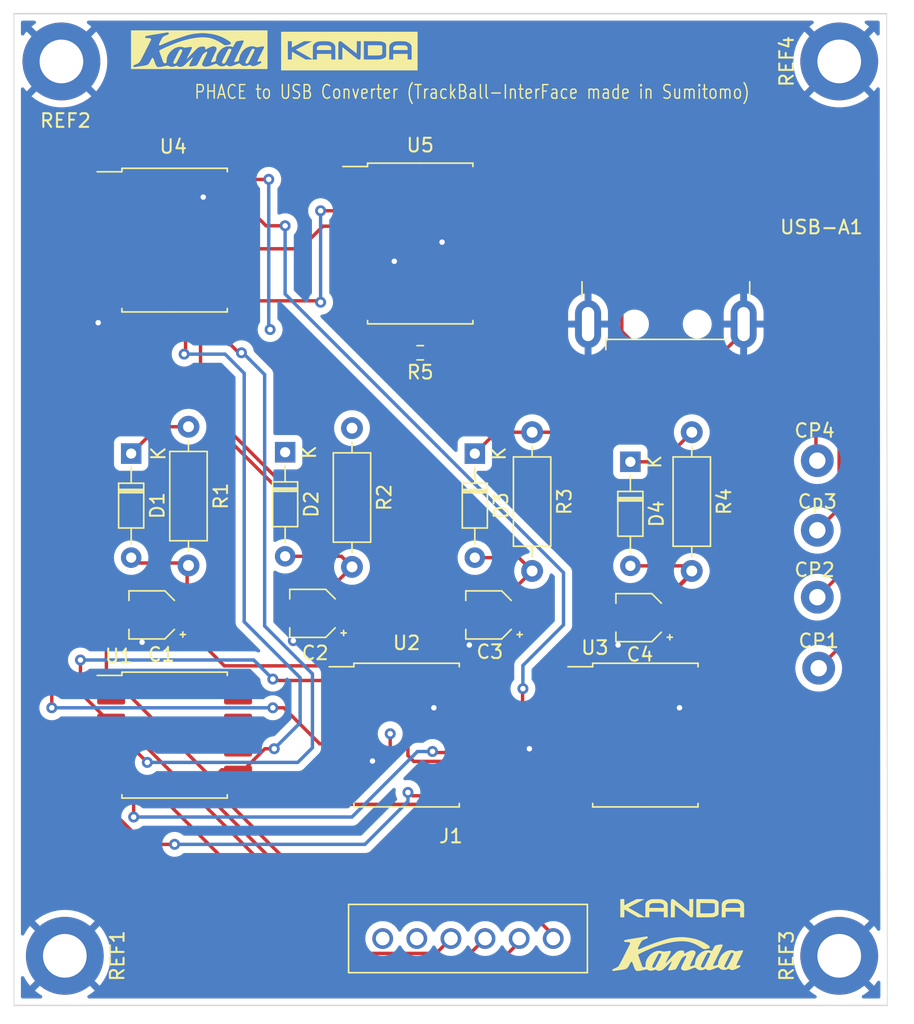
<source format=kicad_pcb>
(kicad_pcb (version 20211014) (generator pcbnew)
  (layers (0 "F.Cu" signal) (31 "B.Cu" signal) (34 "B.Paste" user) (35 "F.Paste" user) (36 "B.SilkS" user "B.Silkscreen") (37 "F.SilkS" user "F.Silkscreen") (38 "B.Mask" user) (39 "F.Mask" user) (44 "Edge.Cuts" user))
  (net 0 "")
  (net 1 "VCC")
  (net 2 "Net-(C2-Pad1)")
  (net 3 "Net-(C3-Pad1)")
  (net 4 "Net-(C4-Pad1)")
  (net 5 "Net-(C1-Pad1)")
  (net 6 "GND")
  (net 7 "Net-(U1-Pad4)")
  (net 8 "Net-(U1-Pad6)")
  (net 9 "Net-(U1-Pad8)")
  (net 14 "Net-(J1-Pad3)")
  (net 19 "Net-(U1-Pad2)")
  (net 20 "Net-(U2-Pad5)")
  (net 21 "Net-(U2-Pad13)")
  (net 22 "Net-(U3-Pad5)")
  (net 23 "Net-(U3-Pad13)")
  (net 24 "Net-(CP1-Pad1)")
  (net 25 "Net-(CP2-Pad1)")
  (net 26 "Net-(Cp3-Pad1)")
  (net 27 "Net-(CP4-Pad1)")
  (net 28 "Net-(R5-Pad1)")
  (net 29 "Net-(U5-Pad13)")
  (net 30 "Net-(R5-Pad2)")
  (net 34 "Net-(U1-Pad3)")
  (net 35 "Net-(U1-Pad5)")
  (net 36 "Net-(U1-Pad9)")
  (footprint "Library:CheckPin_1Pinp" (layer "F.Cu") (at 159.2 90.1)
    (fp_text reference "CP1" (at 0 -2) (layer "F.SilkS"))
    (fp_text value "LC_1_S_Pin")
    (pad "1" thru_hole circle (at 0 0) (size 2.4 2.4) (drill 1.2) (layers *.Cu *.Mask) (net 24 "Net-(CP1-Pad1)"))
  )
  (footprint "Diode_THT:D_DO-34_SOD68_P7.62mm_Horizontal" (layer "F.Cu") (at 145.4 74.985 -90)
    (fp_text reference "D4" (at 3.81 -1.92 90) (layer "F.SilkS"))
    (fp_text value "1SS355VM")
    (fp_text user "K" (at 0 -1.75 90) (layer "F.SilkS"))
    (pad "1" thru_hole rect (at 0 0 270) (size 1.5 1.5) (drill 0.75) (layers *.Cu *.Mask) (net 1 "VCC"))
    (pad "2" thru_hole oval (at 7.62 0 270) (size 1.5 1.5) (drill 0.75) (layers *.Cu *.Mask) (net 4 "Net-(C4-Pad1)"))
  )
  (footprint "Package_SO:SOIC-16W_7.5x10.3mm_P1.27mm" (layer "F.Cu") (at 112 58.75)
    (fp_text reference "U4" (at -0.1 -6.85) (layer "F.SilkS"))
    (fp_text value "74LS157")
    (pad "1" smd roundrect (at -4.65 -4.445) (size 2.05 0.6) (layers "F.Cu" "F.Paste" "F.Mask") (net 1 "VCC"))
    (pad "2" smd roundrect (at -4.65 -3.175) (size 2.05 0.6) (layers "F.Cu" "F.Paste" "F.Mask") (net 21 "Net-(U2-Pad13)"))
    (pad "3" smd roundrect (at -4.65 -1.905) (size 2.05 0.6) (layers "F.Cu" "F.Paste" "F.Mask") (net 14 "Net-(J1-Pad3)"))
    (pad "4" smd roundrect (at -4.65 -0.635) (size 2.05 0.6) (layers "F.Cu" "F.Paste" "F.Mask") (net 24 "Net-(CP1-Pad1)"))
    (pad "5" smd roundrect (at -4.65 0.635) (size 2.05 0.6) (layers "F.Cu" "F.Paste" "F.Mask") (net 20 "Net-(U2-Pad5)"))
    (pad "6" smd roundrect (at -4.65 1.905) (size 2.05 0.6) (layers "F.Cu" "F.Paste" "F.Mask") (net 34 "Net-(U1-Pad3)"))
    (pad "7" smd roundrect (at -4.65 3.175) (size 2.05 0.6) (layers "F.Cu" "F.Paste" "F.Mask") (net 25 "Net-(CP2-Pad1)"))
    (pad "8" smd roundrect (at -4.65 4.445) (size 2.05 0.6) (layers "F.Cu" "F.Paste" "F.Mask") (net 6 "GND"))
    (pad "9" smd roundrect (at 4.65 4.445) (size 2.05 0.6) (layers "F.Cu" "F.Paste" "F.Mask") (net 26 "Net-(Cp3-Pad1)"))
    (pad "10" smd roundrect (at 4.65 3.175) (size 2.05 0.6) (layers "F.Cu" "F.Paste" "F.Mask") (net 35 "Net-(U1-Pad5)"))
    (pad "11" smd roundrect (at 4.65 1.905) (size 2.05 0.6) (layers "F.Cu" "F.Paste" "F.Mask") (net 23 "Net-(U3-Pad13)"))
    (pad "12" smd roundrect (at 4.65 0.635) (size 2.05 0.6) (layers "F.Cu" "F.Paste" "F.Mask") (net 27 "Net-(CP4-Pad1)"))
    (pad "13" smd roundrect (at 4.65 -0.635) (size 2.05 0.6) (layers "F.Cu" "F.Paste" "F.Mask") (net 36 "Net-(U1-Pad9)"))
    (pad "14" smd roundrect (at 4.65 -1.905) (size 2.05 0.6) (layers "F.Cu" "F.Paste" "F.Mask") (net 22 "Net-(U3-Pad5)"))
    (pad "15" smd roundrect (at 4.65 -3.175) (size 2.05 0.6) (layers "F.Cu" "F.Paste" "F.Mask") (net 6 "GND"))
    (pad "16" smd roundrect (at 4.65 -4.445) (size 2.05 0.6) (layers "F.Cu" "F.Paste" "F.Mask") (net 1 "VCC"))
  )
  (footprint "Resistor_THT:R_Axial_DIN0207_L6.3mm_D2.5mm_P10.16mm_Horizontal" (layer "F.Cu") (at 138.2 72.82 -90)
    (fp_text reference "R3" (at 5.08 -2.37 90) (layer "F.SilkS"))
    (fp_text value "10k")
    (pad "1" thru_hole circle (at 0 0 270) (size 1.6 1.6) (drill 0.8) (layers *.Cu *.Mask) (net 1 "VCC"))
    (pad "2" thru_hole oval (at 10.16 0 270) (size 1.6 1.6) (drill 0.8) (layers *.Cu *.Mask) (net 3 "Net-(C3-Pad1)"))
  )
  (footprint "Library:CheckPin_1Pinp" (layer "F.Cu") (at 159.1 80 -90)
    (fp_text reference "Cp3" (at -2.1 0 -180) (layer "F.SilkS"))
    (fp_text value "LC_1_S_Pin")
    (pad "1" thru_hole circle (at 0 0 270) (size 2.4 2.4) (drill 1.2) (layers *.Cu *.Mask) (net 26 "Net-(Cp3-Pad1)"))
  )
  (footprint "Library:SimpleKanda_nega" (layer "F.Cu") (at 149.164739 107.724608)
    (fp_text reference "G***" hide)
    (fp_text value "LOGO" hide)
  )
  (footprint "Resistor_THT:R_Axial_DIN0207_L6.3mm_D2.5mm_P10.16mm_Horizontal" (layer "F.Cu") (at 113.0175 72.4175 -90)
    (fp_text reference "R1" (at 5.08 -2.37 90) (layer "F.SilkS"))
    (fp_text value "10k")
    (pad "1" thru_hole circle (at 0 0 270) (size 1.6 1.6) (drill 0.8) (layers *.Cu *.Mask) (net 1 "VCC"))
    (pad "2" thru_hole oval (at 10.16 0 270) (size 1.6 1.6) (drill 0.8) (layers *.Cu *.Mask) (net 5 "Net-(C1-Pad1)"))
  )
  (footprint "Library:SimpleKanda" (layer "F.Cu") (at 124.8 44.9)
    (fp_text reference "G***" hide)
    (fp_text value "LOGO" hide)
  )
  (footprint "MountingHole:MountingHole_3.2mm_M3_ISO7380_Pad" (layer "F.Cu") (at 103.955242 111.165242 -90)
    (fp_text reference "REF1" (at 0 -3.85 90) (layer "F.SilkS"))
    (fp_text value "MountingHole_3.2mm_M3_ISO7380_Pad" hide)
    (pad "1" thru_hole circle (at 0 0 270) (size 5.7 5.7) (drill 3.2) (layers *.Cu *.Mask) (net 6 "GND"))
  )
  (footprint "Capacitor_SMD:CP_Elec_3x5.3" (layer "F.Cu") (at 135.1 86.2 180)
    (fp_text reference "C3" (at 0 -2.7) (layer "F.SilkS"))
    (fp_text value "TANTALUM-SMD-10UF-10V-10%_AVX-A_" hide)
    (pad "1" smd rect (at -1.5 0 180) (size 2.2 1.6) (layers "F.Cu" "F.Paste" "F.Mask") (net 3 "Net-(C3-Pad1)"))
    (pad "2" smd rect (at 1.5 0 180) (size 2.2 1.6) (layers "F.Cu" "F.Paste" "F.Mask") (net 6 "GND"))
  )
  (footprint "Resistor_SMD:R_0603_1608Metric" (layer "F.Cu") (at 130 67 180)
    (fp_text reference "R5" (at 0 -1.43) (layer "F.SilkS"))
    (fp_text value "1.3k")
    (pad "1" smd roundrect (at -0.825 0 180) (size 0.8 0.95) (layers "F.Cu" "F.Paste" "F.Mask") (net 28 "Net-(R5-Pad1)"))
    (pad "2" smd roundrect (at 0.825 0 180) (size 0.8 0.95) (layers "F.Cu" "F.Paste" "F.Mask") (net 30 "Net-(R5-Pad2)"))
  )
  (footprint "Package_SO:SOIC-16W_7.5x10.3mm_P1.27mm" (layer "F.Cu") (at 146.5 95)
    (fp_text reference "U3" (at -3.7 -6.4) (layer "F.SilkS"))
    (fp_text value "74LS123")
    (pad "1" smd roundrect (at -4.65 -4.445) (size 2.05 0.6) (layers "F.Cu" "F.Paste" "F.Mask") (net 8 "Net-(U1-Pad6)"))
    (pad "2" smd roundrect (at -4.65 -3.175) (size 2.05 0.6) (layers "F.Cu" "F.Paste" "F.Mask") (net 1 "VCC"))
    (pad "3" smd roundrect (at -4.65 -1.905) (size 2.05 0.6) (layers "F.Cu" "F.Paste" "F.Mask") (net 1 "VCC"))
    (pad "4" smd roundrect (at -4.65 -0.635) (size 2.05 0.6) (layers "F.Cu" "F.Paste" "F.Mask"))
    (pad "5" smd roundrect (at -4.65 0.635) (size 2.05 0.6) (layers "F.Cu" "F.Paste" "F.Mask") (net 22 "Net-(U3-Pad5)"))
    (pad "6" smd roundrect (at -4.65 1.905) (size 2.05 0.6) (layers "F.Cu" "F.Paste" "F.Mask") (net 6 "GND"))
    (pad "7" smd roundrect (at -4.65 3.175) (size 2.05 0.6) (layers "F.Cu" "F.Paste" "F.Mask") (net 4 "Net-(C4-Pad1)"))
    (pad "8" smd roundrect (at -4.65 4.445) (size 2.05 0.6) (layers "F.Cu" "F.Paste" "F.Mask"))
    (pad "9" smd roundrect (at 4.65 4.445) (size 2.05 0.6) (layers "F.Cu" "F.Paste" "F.Mask") (net 9 "Net-(U1-Pad8)"))
    (pad "10" smd roundrect (at 4.65 3.175) (size 2.05 0.6) (layers "F.Cu" "F.Paste" "F.Mask") (net 1 "VCC"))
    (pad "11" smd roundrect (at 4.65 1.905) (size 2.05 0.6) (layers "F.Cu" "F.Paste" "F.Mask") (net 1 "VCC"))
    (pad "12" smd roundrect (at 4.65 0.635) (size 2.05 0.6) (layers "F.Cu" "F.Paste" "F.Mask"))
    (pad "13" smd roundrect (at 4.65 -0.635) (size 2.05 0.6) (layers "F.Cu" "F.Paste" "F.Mask") (net 23 "Net-(U3-Pad13)"))
    (pad "14" smd roundrect (at 4.65 -1.905) (size 2.05 0.6) (layers "F.Cu" "F.Paste" "F.Mask") (net 6 "GND"))
    (pad "15" smd roundrect (at 4.65 -3.175) (size 2.05 0.6) (layers "F.Cu" "F.Paste" "F.Mask") (net 3 "Net-(C3-Pad1)"))
    (pad "16" smd roundrect (at 4.65 -4.445) (size 2.05 0.6) (layers "F.Cu" "F.Paste" "F.Mask"))
  )
  (footprint "Capacitor_SMD:CP_Elec_3x5.3" (layer "F.Cu") (at 122.2 86.085 180)
    (fp_text reference "C2" (at -0.1 -2.9) (layer "F.SilkS"))
    (fp_text value "TANTALUM-SMD-10UF-10V-10%_AVX-A_" hide)
    (pad "1" smd rect (at -1.5 0 180) (size 2.2 1.6) (layers "F.Cu" "F.Paste" "F.Mask") (net 2 "Net-(C2-Pad1)"))
    (pad "2" smd rect (at 1.5 0 180) (size 2.2 1.6) (layers "F.Cu" "F.Paste" "F.Mask") (net 6 "GND"))
  )
  (footprint "Package_SO:SOIC-16W_7.5x10.3mm_P1.27mm" (layer "F.Cu") (at 129 95)
    (fp_text reference "U2" (at 0 -6.75) (layer "F.SilkS"))
    (fp_text value "74LS123")
    (pad "1" smd roundrect (at -4.65 -4.445) (size 2.05 0.6) (layers "F.Cu" "F.Paste" "F.Mask") (net 19 "Net-(U1-Pad2)"))
    (pad "2" smd roundrect (at -4.65 -3.175) (size 2.05 0.6) (layers "F.Cu" "F.Paste" "F.Mask") (net 1 "VCC"))
    (pad "3" smd roundrect (at -4.65 -1.905) (size 2.05 0.6) (layers "F.Cu" "F.Paste" "F.Mask") (net 1 "VCC"))
    (pad "4" smd roundrect (at -4.65 -0.635) (size 2.05 0.6) (layers "F.Cu" "F.Paste" "F.Mask"))
    (pad "5" smd roundrect (at -4.65 0.635) (size 2.05 0.6) (layers "F.Cu" "F.Paste" "F.Mask") (net 20 "Net-(U2-Pad5)"))
    (pad "6" smd roundrect (at -4.65 1.905) (size 2.05 0.6) (layers "F.Cu" "F.Paste" "F.Mask") (net 6 "GND"))
    (pad "7" smd roundrect (at -4.65 3.175) (size 2.05 0.6) (layers "F.Cu" "F.Paste" "F.Mask") (net 2 "Net-(C2-Pad1)"))
    (pad "8" smd roundrect (at -4.65 4.445) (size 2.05 0.6) (layers "F.Cu" "F.Paste" "F.Mask"))
    (pad "9" smd roundrect (at 4.65 4.445) (size 2.05 0.6) (layers "F.Cu" "F.Paste" "F.Mask") (net 7 "Net-(U1-Pad4)"))
    (pad "10" smd roundrect (at 4.65 3.175) (size 2.05 0.6) (layers "F.Cu" "F.Paste" "F.Mask") (net 1 "VCC"))
    (pad "11" smd roundrect (at 4.65 1.905) (size 2.05 0.6) (layers "F.Cu" "F.Paste" "F.Mask") (net 1 "VCC"))
    (pad "12" smd roundrect (at 4.65 0.635) (size 2.05 0.6) (layers "F.Cu" "F.Paste" "F.Mask"))
    (pad "13" smd roundrect (at 4.65 -0.635) (size 2.05 0.6) (layers "F.Cu" "F.Paste" "F.Mask") (net 21 "Net-(U2-Pad13)"))
    (pad "14" smd roundrect (at 4.65 -1.905) (size 2.05 0.6) (layers "F.Cu" "F.Paste" "F.Mask") (net 6 "GND"))
    (pad "15" smd roundrect (at 4.65 -3.175) (size 2.05 0.6) (layers "F.Cu" "F.Paste" "F.Mask") (net 5 "Net-(C1-Pad1)"))
    (pad "16" smd roundrect (at 4.65 -4.445) (size 2.05 0.6) (layers "F.Cu" "F.Paste" "F.Mask"))
  )
  (footprint "Library:kanda" (layer "F.Cu") (at 148.9 111)
    (fp_text reference "" hide)
    (fp_text value "LOGO" hide)
  )
  (footprint "Resistor_THT:R_Axial_DIN0207_L6.3mm_D2.5mm_P10.16mm_Horizontal" (layer "F.Cu") (at 125 72.52 -90)
    (fp_text reference "R2" (at 5.08 -2.37 90) (layer "F.SilkS"))
    (fp_text value "10k")
    (pad "1" thru_hole circle (at 0 0 270) (size 1.6 1.6) (drill 0.8) (layers *.Cu *.Mask) (net 1 "VCC"))
    (pad "2" thru_hole oval (at 10.16 0 270) (size 1.6 1.6) (drill 0.8) (layers *.Cu *.Mask) (net 2 "Net-(C2-Pad1)"))
  )
  (footprint "Diode_THT:D_DO-34_SOD68_P7.62mm_Horizontal" (layer "F.Cu") (at 134 74.385 -90)
    (fp_text reference "D3" (at 3.81 -1.92 90) (layer "F.SilkS"))
    (fp_text value "1SS355VM")
    (fp_text user "K" (at 0 -1.75 90) (layer "F.SilkS"))
    (pad "1" thru_hole rect (at 0 0 270) (size 1.5 1.5) (drill 0.75) (layers *.Cu *.Mask) (net 1 "VCC"))
    (pad "2" thru_hole oval (at 7.62 0 270) (size 1.5 1.5) (drill 0.75) (layers *.Cu *.Mask) (net 3 "Net-(C3-Pad1)"))
  )
  (footprint "Library:kandaNega" (layer "F.Cu") (at 113.8 44.8)
    (fp_text reference "" hide)
    (fp_text value "LOGO" hide)
  )
  (footprint "Resistor_THT:R_Axial_DIN0207_L6.3mm_D2.5mm_P10.16mm_Horizontal" (layer "F.Cu") (at 149.9 72.82 -90)
    (fp_text reference "R4" (at 5.08 -2.37 90) (layer "F.SilkS"))
    (fp_text value "10k")
    (pad "1" thru_hole circle (at 0 0 270) (size 1.6 1.6) (drill 0.8) (layers *.Cu *.Mask) (net 1 "VCC"))
    (pad "2" thru_hole oval (at 10.16 0 270) (size 1.6 1.6) (drill 0.8) (layers *.Cu *.Mask) (net 4 "Net-(C4-Pad1)"))
  )
  (footprint "Library:CheckPin_1Pinp" (layer "F.Cu") (at 159.1 84.9 -90)
    (fp_text reference "CP2" (at -2 0.2 -180) (layer "F.SilkS"))
    (fp_text value "LC_1_S_Pin")
    (pad "1" thru_hole circle (at 0 0 270) (size 2.4 2.4) (drill 1.2) (layers *.Cu *.Mask) (net 25 "Net-(CP2-Pad1)"))
  )
  (footprint "MountingHole:MountingHole_3.2mm_M3_ISO7380_Pad" (layer "F.Cu") (at 103.705242 45.665242)
    (fp_text reference "REF2" (at 0.294758 4.334758) (layer "F.SilkS"))
    (fp_text value "MountingHole_3.2mm_M3_ISO7380_Pad" hide)
    (pad "1" thru_hole circle (at 0 0) (size 5.7 5.7) (drill 3.2) (layers *.Cu *.Mask) (net 6 "GND"))
  )
  (footprint "MountingHole:MountingHole_3.2mm_M3_ISO7380_Pad" (layer "F.Cu") (at 160.705242 111.165242 90)
    (fp_text reference "REF3" (at 0 -3.85 90) (layer "F.SilkS"))
    (fp_text value "MountingHole_3.2mm_M3_ISO7380_Pad" hide)
    (pad "1" thru_hole circle (at 0 0 90) (size 5.7 5.7) (drill 3.2) (layers *.Cu *.Mask) (net 6 "GND"))
  )
  (footprint "Library:CheckPin_1Pinp" (layer "F.Cu") (at 159.1 74.9 -90)
    (fp_text reference "CP4" (at -2.2 0.2 -180) (layer "F.SilkS"))
    (fp_text value "LC_1_S_Pin")
    (pad "1" thru_hole circle (at 0 0 270) (size 2.4 2.4) (drill 1.2) (layers *.Cu *.Mask) (net 27 "Net-(CP4-Pad1)"))
  )
  (footprint "Connector_USB:USB_A_CNCTech_1001-011-01101_Horizontal" (layer "F.Cu") (at 148 58 90)
    (fp_text reference "USB-A1" (at 0.2 11.4) (layer "F.SilkS"))
    (fp_text value "USB_A")
    (pad "" np_thru_hole circle (at -6.9 2.3 90) (size 1.1 1.1) (drill 1.1) (layers *.Cu *.Mask))
    (pad "" np_thru_hole circle (at -6.9 -2.3 90) (size 1.1 1.1) (drill 1.1) (layers *.Cu *.Mask))
    (pad "1" smd rect (at -9.65 -3.5 90) (size 2.5 1.1) (layers "F.Cu" "F.Paste" "F.Mask") (net 1 "VCC"))
    (pad "2" smd rect (at -9.65 -1 90) (size 2.5 1.1) (layers "F.Cu" "F.Paste" "F.Mask") (net 28 "Net-(R5-Pad1)"))
    (pad "3" smd rect (at -9.65 1 90) (size 2.5 1.1) (layers "F.Cu" "F.Paste" "F.Mask") (net 29 "Net-(U5-Pad13)"))
    (pad "4" smd rect (at -9.65 3.5 90) (size 2.5 1.1) (layers "F.Cu" "F.Paste" "F.Mask") (net 6 "GND"))
    (pad "5" thru_hole oval (at -6.9 5.7 90) (size 3.5 1.9) (drill oval 2.5 0.9) (layers *.Cu *.Mask) (net 6 "GND"))
    (pad "5" thru_hole oval (at -6.9 -5.7 90) (size 3.5 1.9) (drill oval 2.5 0.9) (layers *.Cu *.Mask) (net 6 "GND"))
  )
  (footprint "Capacitor_SMD:CP_Elec_3x5.3" (layer "F.Cu") (at 110.4175 86.1975 180)
    (fp_text reference "C1" (at -0.6 -2.9) (layer "F.SilkS"))
    (fp_text value "TANTALUM-SMD-10UF-10V-10%_AVX-A_" hide)
    (pad "1" smd rect (at -1.5 0 180) (size 2.2 1.6) (layers "F.Cu" "F.Paste" "F.Mask") (net 5 "Net-(C1-Pad1)"))
    (pad "2" smd rect (at 1.5 0 180) (size 2.2 1.6) (layers "F.Cu" "F.Paste" "F.Mask") (net 6 "GND"))
  )
  (footprint "Package_SO:SOIC-18W_7.5x11.6mm_P1.27mm" (layer "F.Cu") (at 130 59)
    (fp_text reference "U5" (at 0 -7.2) (layer "F.SilkS"))
    (fp_text value "CY7C63231A")
    (pad "1" smd roundrect (at -4.65 -5.08) (size 2.05 0.6) (layers "F.Cu" "F.Paste" "F.Mask") (net 24 "Net-(CP1-Pad1)"))
    (pad "2" smd roundrect (at -4.65 -3.81) (size 2.05 0.6) (layers "F.Cu" "F.Paste" "F.Mask") (net 25 "Net-(CP2-Pad1)"))
    (pad "3" smd roundrect (at -4.65 -2.54) (size 2.05 0.6) (layers "F.Cu" "F.Paste" "F.Mask") (net 26 "Net-(Cp3-Pad1)"))
    (pad "4" smd roundrect (at -4.65 -1.27) (size 2.05 0.6) (layers "F.Cu" "F.Paste" "F.Mask") (net 27 "Net-(CP4-Pad1)"))
    (pad "5" smd roundrect (at -4.65 0) (size 2.05 0.6) (layers "F.Cu" "F.Paste" "F.Mask"))
    (pad "6" smd roundrect (at -4.65 1.27) (size 2.05 0.6) (layers "F.Cu" "F.Paste" "F.Mask") (net 6 "GND"))
    (pad "7" smd roundrect (at -4.65 2.54) (size 2.05 0.6) (layers "F.Cu" "F.Paste" "F.Mask") (net 6 "GND"))
    (pad "8" smd roundrect (at -4.65 3.81) (size 2.05 0.6) (layers "F.Cu" "F.Paste" "F.Mask") (net 30 "Net-(R5-Pad2)"))
    (pad "9" smd roundrect (at -4.65 5.08) (size 2.05 0.6) (layers "F.Cu" "F.Paste" "F.Mask"))
    (pad "10" smd roundrect (at 4.65 5.08) (size 2.05 0.6) (layers "F.Cu" "F.Paste" "F.Mask"))
    (pad "11" smd roundrect (at 4.65 3.81) (size 2.05 0.6) (layers "F.Cu" "F.Paste" "F.Mask") (net 1 "VCC"))
    (pad "12" smd roundrect (at 4.65 2.54) (size 2.05 0.6) (layers "F.Cu" "F.Paste" "F.Mask") (net 28 "Net-(R5-Pad1)"))
    (pad "13" smd roundrect (at 4.65 1.27) (size 2.05 0.6) (layers "F.Cu" "F.Paste" "F.Mask") (net 29 "Net-(U5-Pad13)"))
    (pad "14" smd roundrect (at 4.65 0) (size 2.05 0.6) (layers "F.Cu" "F.Paste" "F.Mask"))
    (pad "15" smd roundrect (at 4.65 -1.27) (size 2.05 0.6) (layers "F.Cu" "F.Paste" "F.Mask") (net 6 "GND"))
    (pad "16" smd roundrect (at 4.65 -2.54) (size 2.05 0.6) (layers "F.Cu" "F.Paste" "F.Mask"))
    (pad "17" smd roundrect (at 4.65 -3.81) (size 2.05 0.6) (layers "F.Cu" "F.Paste" "F.Mask"))
    (pad "18" smd roundrect (at 4.65 -5.08) (size 2.05 0.6) (layers "F.Cu" "F.Paste" "F.Mask"))
  )
  (footprint "Diode_THT:D_DO-34_SOD68_P7.62mm_Horizontal" (layer "F.Cu") (at 120.1 74.285 -90)
    (fp_text reference "D2" (at 3.81 -1.92 90) (layer "F.SilkS"))
    (fp_text value "1SS355VM")
    (fp_text user "K" (at 0 -1.75 90) (layer "F.SilkS"))
    (pad "1" thru_hole rect (at 0 0 270) (size 1.5 1.5) (drill 0.75) (layers *.Cu *.Mask) (net 1 "VCC"))
    (pad "2" thru_hole oval (at 7.62 0 270) (size 1.5 1.5) (drill 0.75) (layers *.Cu *.Mask) (net 2 "Net-(C2-Pad1)"))
  )
  (footprint "MountingHole:MountingHole_3.2mm_M3_ISO7380_Pad" (layer "F.Cu") (at 160.705242 45.665242 90)
    (fp_text reference "REF4" (at 0 -3.85 90) (layer "F.SilkS"))
    (fp_text value "MountingHole_3.2mm_M3_ISO7380_Pad" hide)
    (pad "1" thru_hole circle (at 0 0 90) (size 5.7 5.7) (drill 3.2) (layers *.Cu *.Mask) (net 6 "GND"))
  )
  (footprint "Package_SO:SOIC-14W_7.5x9mm_P1.27mm" (layer "F.Cu") (at 112 95)
    (fp_text reference "U1" (at -4.1 -5.8 180) (layer "F.SilkS"))
    (fp_text value "74LS14")
    (pad "1" smd roundrect (at -4.65 -3.81) (size 2.05 0.6) (layers "F.Cu" "F.Paste" "F.Mask") (net 14 "Net-(J1-Pad3)"))
    (pad "2" smd roundrect (at -4.65 -2.54) (size 2.05 0.6) (layers "F.Cu" "F.Paste" "F.Mask") (net 19 "Net-(U1-Pad2)"))
    (pad "3" smd roundrect (at -4.65 -1.27) (size 2.05 0.6) (layers "F.Cu" "F.Paste" "F.Mask") (net 34 "Net-(U1-Pad3)"))
    (pad "4" smd roundrect (at -4.65 0) (size 2.05 0.6) (layers "F.Cu" "F.Paste" "F.Mask") (net 7 "Net-(U1-Pad4)"))
    (pad "5" smd roundrect (at -4.65 1.27) (size 2.05 0.6) (layers "F.Cu" "F.Paste" "F.Mask") (net 35 "Net-(U1-Pad5)"))
    (pad "6" smd roundrect (at -4.65 2.54) (size 2.05 0.6) (layers "F.Cu" "F.Paste" "F.Mask") (net 8 "Net-(U1-Pad6)"))
    (pad "7" smd roundrect (at -4.65 3.81) (size 2.05 0.6) (layers "F.Cu" "F.Paste" "F.Mask"))
    (pad "8" smd roundrect (at 4.65 3.81) (size 2.05 0.6) (layers "F.Cu" "F.Paste" "F.Mask") (net 9 "Net-(U1-Pad8)"))
    (pad "9" smd roundrect (at 4.65 2.54) (size 2.05 0.6) (layers "F.Cu" "F.Paste" "F.Mask") (net 36 "Net-(U1-Pad9)"))
    (pad "10" smd roundrect (at 4.65 1.27) (size 2.05 0.6) (layers "F.Cu" "F.Paste" "F.Mask"))
    (pad "11" smd roundrect (at 4.65 0) (size 2.05 0.6) (layers "F.Cu" "F.Paste" "F.Mask"))
    (pad "12" smd roundrect (at 4.65 -1.27) (size 2.05 0.6) (layers "F.Cu" "F.Paste" "F.Mask"))
    (pad "13" smd roundrect (at 4.65 -2.54) (size 2.05 0.6) (layers "F.Cu" "F.Paste" "F.Mask"))
    (pad "14" smd roundrect (at 4.65 -3.81) (size 2.05 0.6) (layers "F.Cu" "F.Paste" "F.Mask"))
  )
  (footprint "Library:IL-6P-S3FP2-11" (layer "F.Cu") (at 127.25 109.9)
    (fp_text reference "J1" (at 5 -7.5 unlocked) (layer "F.SilkS"))
    (fp_text value "Conn_01x06_Male")
    (pad "1" thru_hole circle (at 0 0) (size 1.524 1.524) (drill 1) (layers *.Cu *.Mask))
    (pad "2" thru_hole circle (at 2.5 0) (size 1.524 1.524) (drill 1) (layers *.Cu *.Mask))
    (pad "3" thru_hole circle (at 5 0) (size 1.524 1.524) (drill 1) (layers *.Cu *.Mask) (net 14 "Net-(J1-Pad3)"))
    (pad "4" thru_hole circle (at 7.5 0) (size 1.524 1.524) (drill 1) (layers *.Cu *.Mask) (net 34 "Net-(U1-Pad3)"))
    (pad "5" thru_hole circle (at 10 0) (size 1.524 1.524) (drill 1) (layers *.Cu *.Mask) (net 35 "Net-(U1-Pad5)"))
    (pad "6" thru_hole circle (at 12.5 0) (size 1.524 1.524) (drill 1) (layers *.Cu *.Mask) (net 36 "Net-(U1-Pad9)"))
  )
  (footprint "Capacitor_SMD:CP_Elec_3x5.3" (layer "F.Cu") (at 146.1 86.4 180)
    (fp_text reference "C4" (at 0 -2.7) (layer "F.SilkS"))
    (fp_text value "TANTALUM-SMD-10UF-10V-10%_AVX-A_" hide)
    (pad "1" smd rect (at -1.5 0 180) (size 2.2 1.6) (layers "F.Cu" "F.Paste" "F.Mask") (net 4 "Net-(C4-Pad1)"))
    (pad "2" smd rect (at 1.5 0 180) (size 2.2 1.6) (layers "F.Cu" "F.Paste" "F.Mask") (net 6 "GND"))
  )
  (footprint "Diode_THT:D_DO-34_SOD68_P7.62mm_Horizontal" (layer "F.Cu") (at 108.8175 74.3825 -90)
    (fp_text reference "D1" (at 3.81 -1.92 90) (layer "F.SilkS"))
    (fp_text value "1SS355VM")
    (fp_text user "K" (at 0 -2 90) (layer "F.SilkS"))
    (pad "1" thru_hole rect (at 0 0 270) (size 1.5 1.5) (drill 0.75) (layers *.Cu *.Mask) (net 1 "VCC"))
    (pad "2" thru_hole oval (at 7.62 0 270) (size 1.5 1.5) (drill 0.75) (layers *.Cu *.Mask) (net 5 "Net-(C1-Pad1)"))
  )
  (gr_line (start 100.230036 42.165242) (end 100.230036 114.797644) (layer "Edge.Cuts") (width 0.05))
  (gr_line (start 100.230036 42.165242) (end 164.179842 42.165242) (layer "Edge.Cuts") (width 0.1))
  (gr_line (start 164.179842 42.165242) (end 164.230642 114.797644) (layer "Edge.Cuts") (width 0.05))
  (gr_line (start 100.230036 114.797644) (end 164.230642 114.797644) (layer "Edge.Cuts") (width 0.1))
  (gr_text "PHACE to USB Converter (TrackBall-InterFace made in Sumitomo)" (at 133.8 47.9) (layer "F.SilkS") (effects (font (size 1 0.8) (thickness 0.1))))
  (segment (start 141.85 91.825) (end 141.85 93.095) (width 0.25) (layer "F.Cu") (net 1))
  (segment (start 113.0175 72.4175) (end 110.7825 72.4175) (width 0.25) (layer "F.Cu") (net 1))
  (segment (start 138.2 72.82) (end 142.68 72.82) (width 0.25) (layer "F.Cu") (net 1))
  (segment (start 147.735 74.985) (end 149.9 72.82) (width 0.25) (layer "F.Cu") (net 1))
  (segment (start 118.895 54.305) (end 118.9 54.3) (width 0.25) (layer "F.Cu") (net 1))
  (segment (start 138.2 72.82) (end 135.565 72.82) (width 0.25) (layer "F.Cu") (net 1))
  (segment (start 135.565 72.82) (end 134 74.385) (width 0.25) (layer "F.Cu") (net 1))
  (segment (start 129.1 93.095) (end 124.35 93.095) (width 0.25) (layer "F.Cu") (net 1))
  (segment (start 124.35 91.825) (end 124.35 93.095) (width 0.25) (layer "F.Cu") (net 1))
  (segment (start 129.525 96.925) (end 129.1 96.5) (width 0.25) (layer "F.Cu") (net 1))
  (segment (start 116.65 54.305) (end 118.895 54.305) (width 0.25) (layer "F.Cu") (net 1))
  (segment (start 110.7825 72.4175) (end 108.8175 74.3825) (width 0.25) (layer "F.Cu") (net 1))
  (segment (start 143.5 72) (end 144.5 71) (width 0.25) (layer "F.Cu") (net 1))
  (segment (start 129.1 96.5) (end 129.1 93.095) (width 0.25) (layer "F.Cu") (net 1))
  (segment (start 145.4 74.985) (end 147.735 74.985) (width 0.25) (layer "F.Cu") (net 1))
  (segment (start 133.65 96.905) (end 133.63 96.925) (width 0.25) (layer "F.Cu") (net 1))
  (segment (start 107.35 54.305) (end 116.65 54.305) (width 0.25) (layer "F.Cu") (net 1))
  (segment (start 144.5 71) (end 144.5 67.65) (width 0.25) (layer "F.Cu") (net 1))
  (segment (start 133.65 96.905) (end 133.65 98.175) (width 0.25) (layer "F.Cu") (net 1))
  (segment (start 133.63 96.925) (end 129.525 96.925) (width 0.25) (layer "F.Cu") (net 1))
  (via (at 119 65.3) (size 0.8) (drill 0.4) (layers "F.Cu" "B.Cu") (net 1))
  (via (at 118.9 54.3) (size 0.8) (drill 0.4) (layers "F.Cu" "B.Cu") (net 1))
  (segment (start 118.9 65.2) (end 119 65.3) (width 0.25) (layer "B.Cu") (net 1))
  (segment (start 118.9 54.3) (end 118.9 65.2) (width 0.25) (layer "B.Cu") (net 1))
  (segment (start 125 82.68) (end 123.7 83.98) (width 0.25) (layer "F.Cu") (net 2))
  (segment (start 127.8 96.7) (end 126.325 98.175) (width 0.25) (layer "F.Cu") (net 2))
  (segment (start 126.325 98.175) (end 124.35 98.175) (width 0.25) (layer "F.Cu") (net 2))
  (segment (start 120.1 81.905) (end 124.225 81.905) (width 0.25) (layer "F.Cu") (net 2))
  (segment (start 124.225 81.905) (end 125 82.68) (width 0.25) (layer "F.Cu") (net 2))
  (segment (start 127.8 94.9) (end 127.8 96.7) (width 0.25) (layer "F.Cu") (net 2))
  (segment (start 123.7 83.98) (end 123.7 86.085) (width 0.25) (layer "F.Cu") (net 2))
  (segment (start 120.1 81.905) (end 120.18 81.985) (width 0.25) (layer "F.Cu") (net 2))
  (via (at 127.8 94.9) (size 0.8) (drill 0.4) (layers "F.Cu" "B.Cu") (net 2))
  (segment (start 137.225 82.005) (end 138.2 82.98) (width 0.25) (layer "F.Cu") (net 3))
  (segment (start 136.6 86.2) (end 136.6 84.58) (width 0.25) (layer "F.Cu") (net 3))
  (segment (start 136.6 84.58) (end 138.2 82.98) (width 0.25) (layer "F.Cu") (net 3))
  (segment (start 134 82.005) (end 137.225 82.005) (width 0.25) (layer "F.Cu") (net 3))
  (segment (start 147.6 86.4) (end 151.4 86.4) (width 0.25) (layer "F.Cu") (net 4))
  (segment (start 153.18 98.82) (end 142.495 98.82) (width 0.25) (layer "F.Cu") (net 4))
  (segment (start 154.1 89.1) (end 154.1 97.9) (width 0.25) (layer "F.Cu") (net 4))
  (segment (start 149.9 82.98) (end 149.9 83.1) (width 0.25) (layer "F.Cu") (net 4))
  (segment (start 154.1 97.9) (end 153.18 98.82) (width 0.25) (layer "F.Cu") (net 4))
  (segment (start 145.4 82.605) (end 149.525 82.605) (width 0.25) (layer "F.Cu") (net 4))
  (segment (start 142.495 98.82) (end 141.85 98.175) (width 0.25) (layer "F.Cu") (net 4))
  (segment (start 147.6 85.4) (end 147.6 86.4) (width 0.25) (layer "F.Cu") (net 4))
  (segment (start 149.525 82.605) (end 149.9 82.98) (width 0.25) (layer "F.Cu") (net 4))
  (segment (start 149.9 83.1) (end 147.6 85.4) (width 0.25) (layer "F.Cu") (net 4))
  (segment (start 147.6 85.48) (end 147.6 86.4) (width 0.25) (layer "F.Cu") (net 4))
  (segment (start 150 83.08) (end 147.6 85.48) (width 0.25) (layer "F.Cu") (net 4))
  (segment (start 151.4 86.4) (end 154.1 89.1) (width 0.25) (layer "F.Cu") (net 4))
  (segment (start 130.93 89.93) (end 115.65 89.93) (width 0.25) (layer "F.Cu") (net 5))
  (segment (start 112.9175 82.3975) (end 109.2125 82.3975) (width 0.25) (layer "F.Cu") (net 5))
  (segment (start 111.9175 86.1975) (end 112.9175 85.1975) (width 0.25) (layer "F.Cu") (net 5))
  (segment (start 133.65 91.825) (end 132.825 91.825) (width 0.25) (layer "F.Cu") (net 5))
  (segment (start 109.2125 82.3975) (end 108.8175 82.0025) (width 0.25) (layer "F.Cu") (net 5))
  (segment (start 115.65 89.93) (end 111.9175 86.1975) (width 0.25) (layer "F.Cu") (net 5))
  (segment (start 132.825 91.825) (end 130.93 89.93) (width 0.25) (layer "F.Cu") (net 5))
  (segment (start 112.9175 85.1975) (end 112.9175 82.3975) (width 0.25) (layer "F.Cu") (net 5))
  (segment (start 149 93) (end 151.055 93) (width 0.25) (layer "F.Cu") (net 6))
  (segment (start 138 96) (end 138.905 96.905) (width 0.25) (layer "F.Cu") (net 6))
  (segment (start 131.6 58.9) (end 132.8 57.7) (width 0.25) (layer "F.Cu") (net 6))
  (segment (start 133.555 93) (end 133.65 93.095) (width 0.25) (layer "F.Cu") (net 6))
  (segment (start 151.5 67.65) (end 153.7 65.45) (width 0.25) (layer "F.Cu") (net 6))
  (segment (start 109.6175 88.1975) (end 109.6175 86.6975) (width 0.25) (layer "F.Cu") (net 6))
  (segment (start 131 93) (end 133.555 93) (width 0.25) (layer "F.Cu") (net 6))
  (segment (start 116.65 55.575) (end 114.125 55.575) (width 0.25) (layer "F.Cu") (net 6))
  (segment (start 126.495 96.905) (end 126.5 96.9) (width 0.25) (layer "F.Cu") (net 6))
  (segment (start 151.055 93) (end 151.15 93.095) (width 0.25) (layer "F.Cu") (net 6))
  (segment (start 153.7 65.45) (end 153.7 64.9) (width 0.25) (layer "F.Cu") (net 6))
  (segment (start 114.125 55.575) (end 114.1 55.6) (width 0.25) (layer "F.Cu") (net 6))
  (segment (start 128.1 60.3) (end 125.38 60.3) (width 0.25) (layer "F.Cu") (net 6))
  (segment (start 106.4 64.145) (end 107.35 63.195) (width 0.25) (layer "F.Cu") (net 6))
  (segment (start 106.4 64.8) (end 106.4 64.145) (width 0.25) (layer "F.Cu") (net 6))
  (segment (start 125.38 60.3) (end 125.35 60.27) (width 0.25) (layer "F.Cu") (net 6))
  (segment (start 125.35 60.27) (end 125.35 61.54) (width 0.25) (layer "F.Cu") (net 6))
  (segment (start 133.4 86) (end 133.6 86.2) (width 0.25) (layer "F.Cu") (net 6))
  (segment (start 138.905 96.905) (end 141.85 96.905) (width 0.25) (layer "F.Cu") (net 6))
  (segment (start 144.5 88.4) (end 144.5 86.5) (width 0.25) (layer "F.Cu") (net 6))
  (segment (start 134.62 57.7) (end 134.65 57.73) (width 0.25) (layer "F.Cu") (net 6))
  (segment (start 120.7 88.085) (end 120.7 86.085) (width 0.25) (layer "F.Cu") (net 6))
  (segment (start 132.8 57.7) (end 134.62 57.7) (width 0.25) (layer "F.Cu") (net 6))
  (segment (start 124.35 96.905) (end 126.495 96.905) (width 0.25) (layer "F.Cu") (net 6))
  (segment (start 133.6 85.9) (end 133.6 88.4) (width 0.25) (layer "F.Cu") (net 6))
  (segment (start 144.5 86.5) (end 144.6 86.4) (width 0.25) (layer "F.Cu") (net 6))
  (via (at 120.7 88.085) (size 0.8) (drill 0.4) (layers "F.Cu" "B.Cu") (net 6))
  (via (at 138 96) (size 0.8) (drill 0.4) (layers "F.Cu" "B.Cu") (net 6))
  (via (at 126.5 96.9) (size 0.8) (drill 0.4) (layers "F.Cu" "B.Cu") (net 6))
  (via (at 149 93) (size 0.8) (drill 0.4) (layers "F.Cu" "B.Cu") (net 6))
  (via (at 131.6 58.9) (size 0.8) (drill 0.4) (layers "F.Cu" "B.Cu") (net 6))
  (via (at 144.5 88.4) (size 0.8) (drill 0.4) (layers "F.Cu" "B.Cu") (net 6))
  (via (at 131 93) (size 0.8) (drill 0.4) (layers "F.Cu" "B.Cu") (net 6))
  (via (at 106.4 64.8) (size 0.8) (drill 0.4) (layers "F.Cu" "B.Cu") (net 6))
  (via (at 114.1 55.6) (size 0.8) (drill 0.4) (layers "F.Cu" "B.Cu") (net 6))
  (via (at 133.6 88.4) (size 0.8) (drill 0.4) (layers "F.Cu" "B.Cu") (net 6))
  (via (at 109.6175 88.1975) (size 0.8) (drill 0.4) (layers "F.Cu" "B.Cu") (net 6))
  (via (at 128.1 60.3) (size 0.8) (drill 0.4) (layers "F.Cu" "B.Cu") (net 6))
  (segment (start 106 99.156751) (end 109.843249 103) (width 0.25) (layer "F.Cu") (net 7))
  (segment (start 133.65 99.445) (end 129.445 99.445) (width 0.25) (layer "F.Cu") (net 7))
  (segment (start 107.35 95) (end 106.923249 95) (width 0.25) (layer "F.Cu") (net 7))
  (segment (start 106 95.923249) (end 106 99.156751) (width 0.25) (layer "F.Cu") (net 7))
  (segment (start 106.923249 95) (end 106 95.923249) (width 0.25) (layer "F.Cu") (net 7))
  (segment (start 109.843249 103) (end 112 103) (width 0.25) (layer "F.Cu") (net 7))
  (via (at 129.1 99.2) (size 0.8) (drill 0.4) (layers "F.Cu" "B.Cu") (net 7))
  (via (at 112 103) (size 0.8) (drill 0.4) (layers "F.Cu" "B.Cu") (net 7))
  (segment (start 125.95 103) (end 112 103) (width 0.25) (layer "B.Cu") (net 7))
  (segment (start 129.1 99.2) (end 129.1 99.85) (width 0.25) (layer "B.Cu") (net 7))
  (segment (start 129.1 99.85) (end 125.95 103) (width 0.25) (layer "B.Cu") (net 7))
  (segment (start 142.276751 90.555) (end 141.85 90.555) (width 0.25) (layer "F.Cu") (net 8))
  (segment (start 107.35 97.54) (end 107.776751 97.54) (width 0.25) (layer "F.Cu") (net 8))
  (segment (start 144 96.451751) (end 144 92.278249) (width 0.25) (layer "F.Cu") (net 8))
  (segment (start 109 98.763249) (end 109 101) (width 0.25) (layer "F.Cu") (net 8))
  (segment (start 144 92.278249) (end 142.276751 90.555) (width 0.25) (layer "F.Cu") (net 8))
  (segment (start 136.694695 96.28) (end 137.944695 97.53) (width 0.25) (layer "F.Cu") (net 8))
  (segment (start 130.9 96.2) (end 130.98 96.28) (width 0.25) (layer "F.Cu") (net 8))
  (segment (start 130.98 96.28) (end 136.694695 96.28) (width 0.25) (layer "F.Cu") (net 8))
  (segment (start 107.776751 97.54) (end 109 98.763249) (width 0.25) (layer "F.Cu") (net 8))
  (segment (start 137.944695 97.53) (end 142.921751 97.53) (width 0.25) (layer "F.Cu") (net 8))
  (segment (start 142.921751 97.53) (end 144 96.451751) (width 0.25) (layer "F.Cu") (net 8))
  (via (at 130.9 96.2) (size 0.8) (drill 0.4) (layers "F.Cu" "B.Cu") (net 8))
  (via (at 109 101) (size 0.8) (drill 0.4) (layers "F.Cu" "B.Cu") (net 8))
  (segment (start 130.9 96.2) (end 129.8 96.2) (width 0.25) (layer "B.Cu") (net 8))
  (segment (start 125 101) (end 109 101) (width 0.25) (layer "B.Cu") (net 8))
  (segment (start 129.8 96.2) (end 125 101) (width 0.25) (layer "B.Cu") (net 8))
  (segment (start 116.65 98.81) (end 117.91 100.07) (width 0.25) (layer "F.Cu") (net 9))
  (segment (start 117.91 100.07) (end 150.525 100.07) (width 0.25) (layer "F.Cu") (net 9))
  (segment (start 150.525 100.07) (end 151.15 99.445) (width 0.25) (layer "F.Cu") (net 9))
  (segment (start 107.776751 56.845) (end 110.1 59.168249) (width 0.25) (layer "F.Cu") (net 14))
  (segment (start 107.776751 91.19) (end 114.55 97.963249) (width 0.25) (layer "F.Cu") (net 14))
  (segment (start 110.125 61.099695) (end 110.125 61.700305) (width 0.25) (layer "F.Cu") (net 14))
  (segment (start 107 90.84) (end 107.35 91.19) (width 0.25) (layer "F.Cu") (net 14))
  (segment (start 131.163 110.987) (end 132.25 109.9) (width 0.25) (layer "F.Cu") (net 14))
  (segment (start 110.1 61.074695) (end 110.125 61.099695) (width 0.25) (layer "F.Cu") (net 14))
  (segment (start 107.35 91.19) (end 107.776751 91.19) (width 0.25) (layer "F.Cu") (net 14))
  (segment (start 105.8 74.3) (end 105.8 87.6) (width 0.25) (layer "F.Cu") (net 14))
  (segment (start 125.987 110.987) (end 131.163 110.987) (width 0.25) (layer "F.Cu") (net 14))
  (segment (start 110.1 61.725305) (end 110.1 70) (width 0.25) (layer "F.Cu") (net 14))
  (segment (start 110.1 70) (end 105.8 74.3) (width 0.25) (layer "F.Cu") (net 14))
  (segment (start 105.8 87.6) (end 107 88.8) (width 0.25) (layer "F.Cu") (net 14))
  (segment (start 114.55 99.55) (end 125.987 110.987) (width 0.25) (layer "F.Cu") (net 14))
  (segment (start 110.125 61.700305) (end 110.1 61.725305) (width 0.25) (layer "F.Cu") (net 14))
  (segment (start 114.55 97.963249) (end 114.55 99.55) (width 0.25) (layer "F.Cu") (net 14))
  (segment (start 110.1 59.168249) (end 110.1 61.074695) (width 0.25) (layer "F.Cu") (net 14))
  (segment (start 107 88.753833) (end 107 90.84) (width 0.25) (layer "F.Cu") (net 14))
  (segment (start 107.35 56.845) (end 107.776751 56.845) (width 0.25) (layer "F.Cu") (net 14))
  (segment (start 106.278249 91.815) (end 105.1 90.636751) (width 0.25) (layer "F.Cu") (net 19))
  (segment (start 107.35 92.46) (end 106.705 91.815) (width 0.25) (layer "F.Cu") (net 19))
  (segment (start 119.3 91) (end 123.905 91) (width 0.25) (layer "F.Cu") (net 19))
  (segment (start 119.2 90.9) (end 119.3 91) (width 0.25) (layer "F.Cu") (net 19))
  (segment (start 106.705 91.815) (end 106.278249 91.815) (width 0.25) (layer "F.Cu") (net 19))
  (segment (start 105.1 90.636751) (end 105.1 89.5) (width 0.25) (layer "F.Cu") (net 19))
  (segment (start 123.905 91) (end 124.35 90.555) (width 0.25) (layer "F.Cu") (net 19))
  (via (at 119.2 90.9) (size 0.8) (drill 0.4) (layers "F.Cu" "B.Cu") (net 19))
  (via (at 105.1 89.5) (size 0.8) (drill 0.4) (layers "F.Cu" "B.Cu") (net 19))
  (segment (start 119.2 90.9) (end 117.8 89.5) (width 0.25) (layer "B.Cu") (net 19))
  (segment (start 117.8 89.5) (end 105.1 89.5) (width 0.25) (layer "B.Cu") (net 19))
  (segment (start 105.615 59.385) (end 107.35 59.385) (width 0.25) (layer "F.Cu") (net 20))
  (segment (start 103 62) (end 105.615 59.385) (width 0.25) (layer "F.Cu") (net 20))
  (segment (start 122.635 95.635) (end 124.35 95.635) (width 0.25) (layer "F.Cu") (net 20))
  (segment (start 103 93) (end 103 62) (width 0.25) (layer "F.Cu") (net 20))
  (segment (start 120 93) (end 122.635 95.635) (width 0.25) (layer "F.Cu") (net 20))
  (segment (start 119.2 93) (end 120 93) (width 0.25) (layer "F.Cu") (net 20))
  (via (at 103 93) (size 0.8) (drill 0.4) (layers "F.Cu" "B.Cu") (net 20))
  (via (at 119.2 93) (size 0.8) (drill 0.4) (layers "F.Cu" "B.Cu") (net 20))
  (segment (start 119.2 93) (end 103 93) (width 0.25) (layer "B.Cu") (net 20))
  (segment (start 122.3 79.7) (end 126.85 79.7) (width 0.25) (layer "F.Cu") (net 21))
  (segment (start 131.116396 83.966396) (end 131.116396 89.48) (width 0.25) (layer "F.Cu") (net 21))
  (segment (start 107.776751 55.575) (end 111 58.798249) (width 0.25) (layer "F.Cu") (net 21))
  (segment (start 134.291751 89.5) (end 135.095 90.303249) (width 0.25) (layer "F.Cu") (net 21))
  (segment (start 131.116396 89.48) (end 131.136396 89.5) (width 0.25) (layer "F.Cu") (net 21))
  (segment (start 126.85 79.7) (end 131.116396 83.966396) (width 0.25) (layer "F.Cu") (net 21))
  (segment (start 111 58.798249) (end 111 68.4) (width 0.25) (layer "F.Cu") (net 21))
  (segment (start 111 68.4) (end 122.3 79.7) (width 0.25) (layer "F.Cu") (net 21))
  (segment (start 107.35 55.575) (end 107.776751 55.575) (width 0.25) (layer "F.Cu") (net 21))
  (segment (start 134.076751 94.365) (end 133.65 94.365) (width 0.25) (layer "F.Cu") (net 21))
  (segment (start 135.095 90.303249) (end 135.095 93.346751) (width 0.25) (layer "F.Cu") (net 21))
  (segment (start 135.095 93.346751) (end 134.076751 94.365) (width 0.25) (layer "F.Cu") (net 21))
  (segment (start 131.136396 89.5) (end 134.291751 89.5) (width 0.25) (layer "F.Cu") (net 21))
  (segment (start 137.5 91.6) (end 137.5 93.5) (width 0.25) (layer "F.Cu") (net 22))
  (segment (start 139.635 95.635) (end 141.85 95.635) (width 0.25) (layer "F.Cu") (net 22))
  (segment (start 120.1 57.7) (end 118.7 57.7) (width 0.25) (layer "F.Cu") (net 22))
  (segment (start 117.845 56.845) (end 116.65 56.845) (width 0.25) (layer "F.Cu") (net 22))
  (segment (start 137.5 93.5) (end 139.635 95.635) (width 0.25) (layer "F.Cu") (net 22))
  (segment (start 118.7 57.7) (end 117.845 56.845) (width 0.25) (layer "F.Cu") (net 22))
  (via (at 120.1 57.7) (size 0.8) (drill 0.4) (layers "F.Cu" "B.Cu") (net 22))
  (via (at 137.525305 91.6) (size 0.8) (drill 0.4) (layers "F.Cu" "B.Cu") (net 22))
  (segment (start 137.525305 89.9) (end 140.5 86.925305) (width 0.25) (layer "B.Cu") (net 22))
  (segment (start 137.525305 91.6) (end 137.525305 89.9) (width 0.25) (layer "B.Cu") (net 22))
  (segment (start 140.5 83.100001) (end 120.1 62.7) (width 0.25) (layer "B.Cu") (net 22))
  (segment (start 120.1 62.7) (end 120.1 57.7) (width 0.25) (layer "B.Cu") (net 22))
  (segment (start 140.5 86.925305) (end 140.5 83.100001) (width 0.25) (layer "B.Cu") (net 22))
  (segment (start 116.3 71.8) (end 113.9 69.4) (width 0.25) (layer "F.Cu") (net 23))
  (segment (start 114.645 60.655) (end 116.65 60.655) (width 0.25) (layer "F.Cu") (net 23))
  (segment (start 116.3 73) (end 116.3 71.8) (width 0.25) (layer "F.Cu") (net 23))
  (segment (start 132.189009 77.6) (end 120.9 77.6) (width 0.25) (layer "F.Cu") (net 23))
  (segment (start 113.9 69.4) (end 113.9 61.4) (width 0.25) (layer "F.Cu") (net 23))
  (segment (start 120.9 77.6) (end 116.3 73) (width 0.25) (layer "F.Cu") (net 23))
  (segment (start 113.9 61.4) (end 114.645 60.655) (width 0.25) (layer "F.Cu") (net 23))
  (segment (start 125.35 53.92) (end 125.975 53.295) (width 0.25) (layer "F.Cu") (net 24))
  (segment (start 161.75 87.55) (end 159.2 90.1) (width 0.25) (layer "F.Cu") (net 24))
  (segment (start 162.65 60.65) (end 162.65 86.65) (width 0.25) (layer "F.Cu") (net 24))
  (segment (start 162.65 86.65) (end 161.8 87.5) (width 0.25) (layer "F.Cu") (net 24))
  (segment (start 155.295 53.295) (end 162.65 60.65) (width 0.25) (layer "F.Cu") (net 24))
  (segment (start 125.975 53.295) (end 155.295 53.295) (width 0.25) (layer "F.Cu") (net 24))
  (segment (start 124.22 53.92) (end 125.35 53.92) (width 0.25) (layer "F.Cu") (net 24))
  (segment (start 122.8 52.5) (end 124.22 53.92) (width 0.25) (layer "F.Cu") (net 24))
  (segment (start 106 53.958249) (end 107.458249 52.5) (width 0.25) (layer "F.Cu") (net 24))
  (segment (start 106.923249 58.115) (end 106 57.191751) (width 0.25) (layer "F.Cu") (net 24))
  (segment (start 107.458249 52.5) (end 122.8 52.5) (width 0.25) (layer "F.Cu") (net 24))
  (segment (start 107.35 58.115) (end 106.923249 58.115) (width 0.25) (layer "F.Cu") (net 24))
  (segment (start 106 57.191751) (end 106 53.958249) (width 0.25) (layer "F.Cu") (net 24))
  (segment (start 107.776751 61.925) (end 107.35 61.925) (width 0.25) (layer "F.Cu") (net 25))
  (segment (start 105.55 58.011751) (end 106.278249 58.74) (width 0.25) (layer "F.Cu") (net 25))
  (segment (start 125.975 54.565) (end 154.701396 54.565) (width 0.25) (layer "F.Cu") (net 25))
  (segment (start 108.401751 58.74) (end 108.7 59.038249) (width 0.25) (layer "F.Cu") (net 25))
  (segment (start 106.278249 58.74) (end 108.401751 58.74) (width 0.25) (layer "F.Cu") (net 25))
  (segment (start 122.6 51.6) (end 122.5 51.5) (width 0.25) (layer "F.Cu") (net 25))
  (segment (start 161.4 82.6) (end 159.1 84.9) (width 0.25) (layer "F.Cu") (net 25))
  (segment (start 161.4 61.263604) (end 161.4 82.6) (width 0.25) (layer "F.Cu") (net 25))
  (segment (start 154.701396 54.565) (end 161.4 61.263604) (width 0.25) (layer "F.Cu") (net 25))
  (segment (start 125.35 55.19) (end 125.975 54.565) (width 0.25) (layer "F.Cu") (net 25))
  (segment (start 122.5 51.5) (end 107.8 51.5) (width 0.25) (layer "F.Cu") (net 25))
  (segment (start 107.8 51.5) (end 105.55 53.75) (width 0.25) (layer "F.Cu") (net 25))
  (segment (start 108.7 59.038249) (end 108.7 61.001751) (width 0.25) (layer "F.Cu") (net 25))
  (segment (start 105.55 53.75) (end 105.55 58.011751) (width 0.25) (layer "F.Cu") (net 25))
  (segment (start 108.7 61.001751) (end 107.776751 61.925) (width 0.25) (layer "F.Cu") (net 25))
  (segment (start 160.7 78.4) (end 159.1 80) (width 0.25) (layer "F.Cu") (net 26))
  (segment (start 125.35 56.46) (end 125.975 55.835) (width 0.25) (layer "F.Cu") (net 26))
  (segment (start 125.975 55.835) (end 154.271396 55.835) (width 0.25) (layer "F.Cu") (net 26))
  (segment (start 122.7 56.6) (end 125.21 56.6) (width 0.25) (layer "F.Cu") (net 26))
  (segment (start 125.21 56.6) (end 125.35 56.46) (width 0.25) (layer "F.Cu") (net 26))
  (segment (start 122.595 63.195) (end 122.7 63.3) (width 0.25) (layer "F.Cu") (net 26))
  (segment (start 154.271396 55.835) (end 160.7 62.263604) (width 0.25) (layer "F.Cu") (net 26))
  (segment (start 116.65 63.195) (end 122.595 63.195) (width 0.25) (layer "F.Cu") (net 26))
  (segment (start 160.7 62.263604) (end 160.7 78.4) (width 0.25) (layer "F.Cu") (net 26))
  (via (at 122.7 63.3) (size 0.8) (drill 0.4) (layers "F.Cu" "B.Cu") (net 26))
  (via (at 122.7 56.6) (size 0.8) (drill 0.4) (layers "F.Cu" "B.Cu") (net 26))
  (segment (start 122.7 63.3) (end 122.7 56.6) (width 0.25) (layer "B.Cu") (net 26))
  (segment (start 159.1 74.9) (end 159 74.8) (width 0.25) (layer "F.Cu") (net 27))
  (segment (start 124.923249 57.73) (end 125.35 57.73) (width 0.25) (layer "F.Cu") (net 27))
  (segment (start 121.215 59.385) (end 122.87 57.73) (width 0.25) (layer "F.Cu") (net 27))
  (segment (start 122.87 57.73) (end 124.923249 57.73) (width 0.25) (layer "F.Cu") (net 27))
  (segment (start 125.548249 57.105) (end 124.923249 57.73) (width 0.25) (layer "F.Cu") (net 27))
  (segment (start 159 74.8) (end 159 62.4) (width 0.25) (layer "F.Cu") (net 27))
  (segment (start 116.65 59.385) (end 121.215 59.385) (width 0.25) (layer "F.Cu") (net 27))
  (segment (start 159 62.4) (end 153.705 57.105) (width 0.25) (layer "F.Cu") (net 27))
  (segment (start 153.705 57.105) (end 125.548249 57.105) (width 0.25) (layer "F.Cu") (net 27))
  (segment (start 133.46 61.54) (end 134.65 61.54) (width 0.25) (layer "F.Cu") (net 28))
  (segment (start 134.65 61.54) (end 142.54 61.54) (width 0.25) (layer "F.Cu") (net 28))
  (segment (start 144.774999 65.424999) (end 147 67.65) (width 0.25) (layer "F.Cu") (net 28))
  (segment (start 130.825 67) (end 130.825 64.175) (width 0.25) (layer "F.Cu") (net 28))
  (segment (start 144.774999 63.774999) (end 144.774999 65.424999) (width 0.25) (layer "F.Cu") (net 28))
  (segment (start 142.54 61.54) (end 144.774999 63.774999) (width 0.25) (layer "F.Cu") (net 28))
  (segment (start 130.825 64.175) (end 133.46 61.54) (width 0.25) (layer "F.Cu") (net 28))
  (segment (start 134.65 60.27) (end 143.686297 60.27) (width 0.25) (layer "F.Cu") (net 29))
  (segment (start 143.686297 60.27) (end 149 65.583703) (width 0.25) (layer "F.Cu") (net 29))
  (segment (start 149 65.583703) (end 149 67.65) (width 0.25) (layer "F.Cu") (net 29))
  (segment (start 129.175 66.208249) (end 125.776751 62.81) (width 0.25) (layer "F.Cu") (net 30))
  (segment (start 129.175 67) (end 129.175 66.208249) (width 0.25) (layer "F.Cu") (net 30))
  (segment (start 125.776751 62.81) (end 125.35 62.81) (width 0.25) (layer "F.Cu") (net 30))
  (segment (start 104 90.806751) (end 104 63) (width 0.25) (layer "F.Cu") (net 34))
  (segment (start 106.923249 93.73) (end 104 90.806751) (width 0.25) (layer "F.Cu") (net 34))
  (segment (start 107.35 93.73) (end 106.923249 93.73) (width 0.25) (layer "F.Cu") (net 34))
  (segment (start 132.696751 111.953249) (end 134.75 109.9) (width 0.25) (layer "F.Cu") (net 34))
  (segment (start 107.35 93.73) (end 107.776751 93.73) (width 0.25) (layer "F.Cu") (net 34))
  (segment (start 107.776751 93.73) (end 126 111.953249) (width 0.25) (layer "F.Cu") (net 34))
  (segment (start 104 63) (end 106.345 60.655) (width 0.25) (layer "F.Cu") (net 34))
  (segment (start 126 111.953249) (end 132.696751 111.953249) (width 0.25) (layer "F.Cu") (net 34))
  (segment (start 106.345 60.655) (end 107.35 60.655) (width 0.25) (layer "F.Cu") (net 34))
  (segment (start 114.9 61.925) (end 116.65 61.925) (width 0.25) (layer "F.Cu") (net 35))
  (segment (start 124.506751 113) (end 134.415242 113) (width 0.25) (layer "F.Cu") (net 35))
  (segment (start 107.35 96.27) (end 109.27 96.27) (width 0.25) (layer "F.Cu") (net 35))
  (segment (start 114.9 65.2) (end 114.9 61.925) (width 0.25) (layer "F.Cu") (net 35))
  (segment (start 116.9 67) (end 116.7 67) (width 0.25) (layer "F.Cu") (net 35))
  (segment (start 107.776751 96.27) (end 124.506751 113) (width 0.25) (layer "F.Cu") (net 35))
  (segment (start 109.27 96.27) (end 110 97) (width 0.25) (layer "F.Cu") (net 35))
  (segment (start 134.415242 113) (end 137.3 110.115242) (width 0.25) (layer "F.Cu") (net 35))
  (segment (start 116.7 67) (end 114.9 65.2) (width 0.25) (layer "F.Cu") (net 35))
  (segment (start 107.35 96.27) (end 107.776751 96.27) (width 0.25) (layer "F.Cu") (net 35))
  (via (at 110 97) (size 0.8) (drill 0.4) (layers "F.Cu" "B.Cu") (net 35))
  (via (at 116.9 67) (size 0.8) (drill 0.4) (layers "F.Cu" "B.Cu") (net 35))
  (segment (start 118.6 68.6) (end 118.6 87.010305) (width 0.25) (layer "B.Cu") (net 35))
  (segment (start 122.1 95.925305) (end 121.025305 97) (width 0.25) (layer "B.Cu") (net 35))
  (segment (start 122.1 90.510305) (end 122.1 95.925305) (width 0.25) (layer "B.Cu") (net 35))
  (segment (start 116.9 67) (end 117 67) (width 0.25) (layer "B.Cu") (net 35))
  (segment (start 117 67) (end 118.6 68.6) (width 0.25) (layer "B.Cu") (net 35))
  (segment (start 118.6 87.010305) (end 122.1 90.510305) (width 0.25) (layer "B.Cu") (net 35))
  (segment (start 121.025305 97) (end 110 97) (width 0.25) (layer "B.Cu") (net 35))
  (segment (start 114.085 58.115) (end 116.65 58.115) (width 0.25) (layer "F.Cu") (net 36))
  (segment (start 124 108) (end 129.1 108) (width 0.25) (layer "F.Cu") (net 36))
  (segment (start 112.8 59.4) (end 114.085 58.115) (width 0.25) (layer "F.Cu") (net 36))
  (segment (start 112.8 67) (end 112.8 59.4) (width 0.25) (layer "F.Cu") (net 36))
  (segment (start 115.46 97.54) (end 115 98) (width 0.25) (layer "F.Cu") (net 36))
  (segment (start 115 98) (end 115 99) (width 0.25) (layer "F.Cu") (net 36))
  (segment (start 118.616751 96) (end 117.076751 97.54) (width 0.25) (layer "F.Cu") (net 36))
  (segment (start 116.65 97.54) (end 115.46 97.54) (width 0.25) (layer "F.Cu") (net 36))
  (segment (start 117.076751 97.54) (end 116.65 97.54) (width 0.25) (layer "F.Cu") (net 36))
  (segment (start 115 99) (end 124 108) (width 0.25) (layer "F.Cu") (net 36))
  (segment (start 119.3 96) (end 118.616751 96) (width 0.25) (layer "F.Cu") (net 36))
  (segment (start 112.7 67.1) (end 112.8 67) (width 0.25) (layer "F.Cu") (net 36))
  (segment (start 138.094758 108) (end 139.8 109.705242) (width 0.25) (layer "F.Cu") (net 36))
  (segment (start 129.094758 108) (end 138.094758 108) (width 0.25) (layer "F.Cu") (net 36))
  (via (at 112.7 67.1) (size 0.8) (drill 0.4) (layers "F.Cu" "B.Cu") (net 36))
  (via (at 119.3 96) (size 0.8) (drill 0.4) (layers "F.Cu" "B.Cu") (net 36))
  (segment (start 117.1 86.7) (end 117.1 68.5) (width 0.25) (layer "B.Cu") (net 36))
  (segment (start 115.7 67.1) (end 112.7 67.1) (width 0.25) (layer "B.Cu") (net 36))
  (segment (start 121.2 90.8) (end 117.1 86.7) (width 0.25) (layer "B.Cu") (net 36))
  (segment (start 121.2 94.1) (end 121.2 90.8) (width 0.25) (layer "B.Cu") (net 36))
  (segment (start 117.1 68.5) (end 115.7 67.1) (width 0.25) (layer "B.Cu") (net 36))
  (segment (start 119.3 96) (end 121.2 94.1) (width 0.25) (layer "B.Cu") (net 36))
  (zone (net 6) (net_name "GND") (layer "B.Cu") (connect_pads (clearance 0.508)) (min_thickness 0.254) (fill yes (thermal_gap 0.508) (thermal_bridge_width 0.508))
    (polygon (pts (xy 166.205242 41.165242) (xy 165.205242 116.165242) (xy 99.205242 116.165242) (xy 99.205242 41.165242)))
  )
)
</source>
